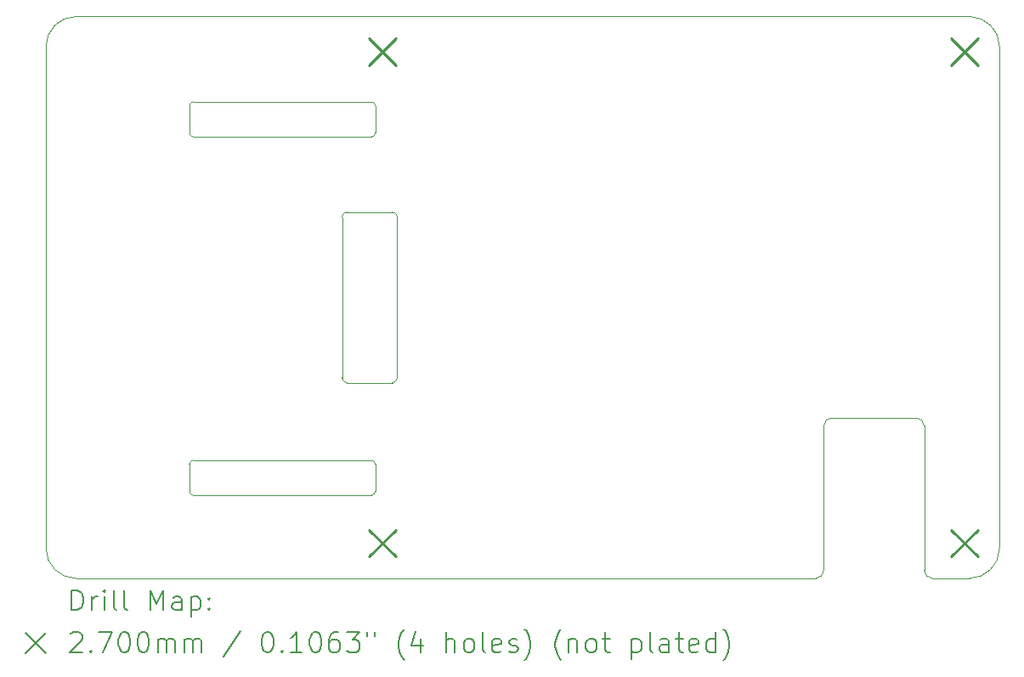
<source format=gbr>
%TF.GenerationSoftware,KiCad,Pcbnew,9.0.2-1.fc42*%
%TF.CreationDate,2025-05-23T23:54:00-05:00*%
%TF.ProjectId,cerebellum,63657265-6265-46c6-9c75-6d2e6b696361,rev?*%
%TF.SameCoordinates,Original*%
%TF.FileFunction,Drillmap*%
%TF.FilePolarity,Positive*%
%FSLAX45Y45*%
G04 Gerber Fmt 4.5, Leading zero omitted, Abs format (unit mm)*
G04 Created by KiCad (PCBNEW 9.0.2-1.fc42) date 2025-05-23 23:54:00*
%MOMM*%
%LPD*%
G01*
G04 APERTURE LIST*
%ADD10C,0.100000*%
%ADD11C,0.050000*%
%ADD12C,0.200000*%
%ADD13C,0.270000*%
G04 APERTURE END LIST*
D10*
X15830000Y-10000000D02*
G75*
G02*
X15750000Y-9920000I0J80000D01*
G01*
D11*
X8430000Y-8862500D02*
G75*
G02*
X8470000Y-8822500I40000J0D01*
G01*
X10240000Y-9172500D02*
X8470000Y-9172500D01*
X8470000Y-8822500D02*
X10240000Y-8822500D01*
D10*
X16200000Y-4400000D02*
G75*
G02*
X16500000Y-4700000I0J-300000D01*
G01*
X16500000Y-9700000D02*
X16500000Y-4700000D01*
X14670000Y-10000000D02*
X7300000Y-10000000D01*
X15670000Y-8400000D02*
G75*
G02*
X15750000Y-8480000I0J-80000D01*
G01*
X14750000Y-9920000D02*
G75*
G02*
X14670000Y-10000000I-80000J0D01*
G01*
X7000000Y-4700000D02*
X7000000Y-9700000D01*
D11*
X10280000Y-9132500D02*
G75*
G02*
X10240000Y-9172500I-40000J0D01*
G01*
X10280000Y-5290000D02*
X10280000Y-5560000D01*
D10*
X10000000Y-8050000D02*
G75*
G02*
X9950000Y-8000000I0J50000D01*
G01*
X14750000Y-8480000D02*
X14750000Y-9920000D01*
X9950000Y-6400000D02*
X9950000Y-8000000D01*
D11*
X8430000Y-5560000D02*
X8430000Y-5290000D01*
X10240000Y-8822500D02*
G75*
G02*
X10280000Y-8862500I0J-40000D01*
G01*
D10*
X16200000Y-10000000D02*
X15830000Y-10000000D01*
X15750000Y-9920000D02*
X15750000Y-8480000D01*
X10450000Y-8050000D02*
X10000000Y-8050000D01*
D11*
X8470000Y-5600000D02*
G75*
G02*
X8430000Y-5560000I0J40000D01*
G01*
X10280000Y-8862500D02*
X10280000Y-9132500D01*
D10*
X7000000Y-4700000D02*
G75*
G02*
X7300000Y-4400000I300000J0D01*
G01*
D11*
X8470000Y-9172500D02*
G75*
G02*
X8430000Y-9132500I0J40000D01*
G01*
D10*
X16500000Y-9700000D02*
G75*
G02*
X16200000Y-10000000I-300000J0D01*
G01*
X10500000Y-6400000D02*
X10500000Y-8000000D01*
X9950000Y-6400000D02*
G75*
G02*
X10000000Y-6350000I50000J0D01*
G01*
X14750000Y-8480000D02*
G75*
G02*
X14830000Y-8400000I80000J0D01*
G01*
X7300000Y-10000000D02*
G75*
G02*
X7000000Y-9700000I0J300000D01*
G01*
D11*
X10240000Y-5250000D02*
G75*
G02*
X10280000Y-5290000I0J-40000D01*
G01*
X8430000Y-5290000D02*
G75*
G02*
X8470000Y-5250000I40000J0D01*
G01*
D10*
X10000000Y-6350000D02*
X10450000Y-6350000D01*
D11*
X8430000Y-9132500D02*
X8430000Y-8862500D01*
D10*
X15670000Y-8400000D02*
X14830000Y-8400000D01*
X10500000Y-8000000D02*
G75*
G02*
X10450000Y-8050000I-50000J0D01*
G01*
D11*
X10240000Y-5600000D02*
X8470000Y-5600000D01*
X8470000Y-5250000D02*
X10240000Y-5250000D01*
D10*
X10450000Y-6350000D02*
G75*
G02*
X10500000Y-6400000I0J-50000D01*
G01*
D11*
X10280000Y-5560000D02*
G75*
G02*
X10240000Y-5600000I-40000J0D01*
G01*
D10*
X16200000Y-4400000D02*
X7300000Y-4400000D01*
D12*
D13*
X10215000Y-4615000D02*
X10485000Y-4885000D01*
X10485000Y-4615000D02*
X10215000Y-4885000D01*
X10215000Y-9515000D02*
X10485000Y-9785000D01*
X10485000Y-9515000D02*
X10215000Y-9785000D01*
X16015000Y-4615000D02*
X16285000Y-4885000D01*
X16285000Y-4615000D02*
X16015000Y-4885000D01*
X16015000Y-9515000D02*
X16285000Y-9785000D01*
X16285000Y-9515000D02*
X16015000Y-9785000D01*
D12*
X7255777Y-10316484D02*
X7255777Y-10116484D01*
X7255777Y-10116484D02*
X7303396Y-10116484D01*
X7303396Y-10116484D02*
X7331967Y-10126008D01*
X7331967Y-10126008D02*
X7351015Y-10145055D01*
X7351015Y-10145055D02*
X7360539Y-10164103D01*
X7360539Y-10164103D02*
X7370062Y-10202198D01*
X7370062Y-10202198D02*
X7370062Y-10230770D01*
X7370062Y-10230770D02*
X7360539Y-10268865D01*
X7360539Y-10268865D02*
X7351015Y-10287912D01*
X7351015Y-10287912D02*
X7331967Y-10306960D01*
X7331967Y-10306960D02*
X7303396Y-10316484D01*
X7303396Y-10316484D02*
X7255777Y-10316484D01*
X7455777Y-10316484D02*
X7455777Y-10183150D01*
X7455777Y-10221246D02*
X7465301Y-10202198D01*
X7465301Y-10202198D02*
X7474824Y-10192674D01*
X7474824Y-10192674D02*
X7493872Y-10183150D01*
X7493872Y-10183150D02*
X7512920Y-10183150D01*
X7579586Y-10316484D02*
X7579586Y-10183150D01*
X7579586Y-10116484D02*
X7570062Y-10126008D01*
X7570062Y-10126008D02*
X7579586Y-10135531D01*
X7579586Y-10135531D02*
X7589110Y-10126008D01*
X7589110Y-10126008D02*
X7579586Y-10116484D01*
X7579586Y-10116484D02*
X7579586Y-10135531D01*
X7703396Y-10316484D02*
X7684348Y-10306960D01*
X7684348Y-10306960D02*
X7674824Y-10287912D01*
X7674824Y-10287912D02*
X7674824Y-10116484D01*
X7808158Y-10316484D02*
X7789110Y-10306960D01*
X7789110Y-10306960D02*
X7779586Y-10287912D01*
X7779586Y-10287912D02*
X7779586Y-10116484D01*
X8036729Y-10316484D02*
X8036729Y-10116484D01*
X8036729Y-10116484D02*
X8103396Y-10259341D01*
X8103396Y-10259341D02*
X8170062Y-10116484D01*
X8170062Y-10116484D02*
X8170062Y-10316484D01*
X8351015Y-10316484D02*
X8351015Y-10211722D01*
X8351015Y-10211722D02*
X8341491Y-10192674D01*
X8341491Y-10192674D02*
X8322443Y-10183150D01*
X8322443Y-10183150D02*
X8284348Y-10183150D01*
X8284348Y-10183150D02*
X8265301Y-10192674D01*
X8351015Y-10306960D02*
X8331967Y-10316484D01*
X8331967Y-10316484D02*
X8284348Y-10316484D01*
X8284348Y-10316484D02*
X8265301Y-10306960D01*
X8265301Y-10306960D02*
X8255777Y-10287912D01*
X8255777Y-10287912D02*
X8255777Y-10268865D01*
X8255777Y-10268865D02*
X8265301Y-10249817D01*
X8265301Y-10249817D02*
X8284348Y-10240293D01*
X8284348Y-10240293D02*
X8331967Y-10240293D01*
X8331967Y-10240293D02*
X8351015Y-10230770D01*
X8446253Y-10183150D02*
X8446253Y-10383150D01*
X8446253Y-10192674D02*
X8465301Y-10183150D01*
X8465301Y-10183150D02*
X8503396Y-10183150D01*
X8503396Y-10183150D02*
X8522444Y-10192674D01*
X8522444Y-10192674D02*
X8531967Y-10202198D01*
X8531967Y-10202198D02*
X8541491Y-10221246D01*
X8541491Y-10221246D02*
X8541491Y-10278389D01*
X8541491Y-10278389D02*
X8531967Y-10297436D01*
X8531967Y-10297436D02*
X8522444Y-10306960D01*
X8522444Y-10306960D02*
X8503396Y-10316484D01*
X8503396Y-10316484D02*
X8465301Y-10316484D01*
X8465301Y-10316484D02*
X8446253Y-10306960D01*
X8627205Y-10297436D02*
X8636729Y-10306960D01*
X8636729Y-10306960D02*
X8627205Y-10316484D01*
X8627205Y-10316484D02*
X8617682Y-10306960D01*
X8617682Y-10306960D02*
X8627205Y-10297436D01*
X8627205Y-10297436D02*
X8627205Y-10316484D01*
X8627205Y-10192674D02*
X8636729Y-10202198D01*
X8636729Y-10202198D02*
X8627205Y-10211722D01*
X8627205Y-10211722D02*
X8617682Y-10202198D01*
X8617682Y-10202198D02*
X8627205Y-10192674D01*
X8627205Y-10192674D02*
X8627205Y-10211722D01*
X6795000Y-10545000D02*
X6995000Y-10745000D01*
X6995000Y-10545000D02*
X6795000Y-10745000D01*
X7246253Y-10555531D02*
X7255777Y-10546008D01*
X7255777Y-10546008D02*
X7274824Y-10536484D01*
X7274824Y-10536484D02*
X7322443Y-10536484D01*
X7322443Y-10536484D02*
X7341491Y-10546008D01*
X7341491Y-10546008D02*
X7351015Y-10555531D01*
X7351015Y-10555531D02*
X7360539Y-10574579D01*
X7360539Y-10574579D02*
X7360539Y-10593627D01*
X7360539Y-10593627D02*
X7351015Y-10622198D01*
X7351015Y-10622198D02*
X7236729Y-10736484D01*
X7236729Y-10736484D02*
X7360539Y-10736484D01*
X7446253Y-10717436D02*
X7455777Y-10726960D01*
X7455777Y-10726960D02*
X7446253Y-10736484D01*
X7446253Y-10736484D02*
X7436729Y-10726960D01*
X7436729Y-10726960D02*
X7446253Y-10717436D01*
X7446253Y-10717436D02*
X7446253Y-10736484D01*
X7522443Y-10536484D02*
X7655777Y-10536484D01*
X7655777Y-10536484D02*
X7570062Y-10736484D01*
X7770062Y-10536484D02*
X7789110Y-10536484D01*
X7789110Y-10536484D02*
X7808158Y-10546008D01*
X7808158Y-10546008D02*
X7817682Y-10555531D01*
X7817682Y-10555531D02*
X7827205Y-10574579D01*
X7827205Y-10574579D02*
X7836729Y-10612674D01*
X7836729Y-10612674D02*
X7836729Y-10660293D01*
X7836729Y-10660293D02*
X7827205Y-10698389D01*
X7827205Y-10698389D02*
X7817682Y-10717436D01*
X7817682Y-10717436D02*
X7808158Y-10726960D01*
X7808158Y-10726960D02*
X7789110Y-10736484D01*
X7789110Y-10736484D02*
X7770062Y-10736484D01*
X7770062Y-10736484D02*
X7751015Y-10726960D01*
X7751015Y-10726960D02*
X7741491Y-10717436D01*
X7741491Y-10717436D02*
X7731967Y-10698389D01*
X7731967Y-10698389D02*
X7722443Y-10660293D01*
X7722443Y-10660293D02*
X7722443Y-10612674D01*
X7722443Y-10612674D02*
X7731967Y-10574579D01*
X7731967Y-10574579D02*
X7741491Y-10555531D01*
X7741491Y-10555531D02*
X7751015Y-10546008D01*
X7751015Y-10546008D02*
X7770062Y-10536484D01*
X7960539Y-10536484D02*
X7979586Y-10536484D01*
X7979586Y-10536484D02*
X7998634Y-10546008D01*
X7998634Y-10546008D02*
X8008158Y-10555531D01*
X8008158Y-10555531D02*
X8017682Y-10574579D01*
X8017682Y-10574579D02*
X8027205Y-10612674D01*
X8027205Y-10612674D02*
X8027205Y-10660293D01*
X8027205Y-10660293D02*
X8017682Y-10698389D01*
X8017682Y-10698389D02*
X8008158Y-10717436D01*
X8008158Y-10717436D02*
X7998634Y-10726960D01*
X7998634Y-10726960D02*
X7979586Y-10736484D01*
X7979586Y-10736484D02*
X7960539Y-10736484D01*
X7960539Y-10736484D02*
X7941491Y-10726960D01*
X7941491Y-10726960D02*
X7931967Y-10717436D01*
X7931967Y-10717436D02*
X7922443Y-10698389D01*
X7922443Y-10698389D02*
X7912920Y-10660293D01*
X7912920Y-10660293D02*
X7912920Y-10612674D01*
X7912920Y-10612674D02*
X7922443Y-10574579D01*
X7922443Y-10574579D02*
X7931967Y-10555531D01*
X7931967Y-10555531D02*
X7941491Y-10546008D01*
X7941491Y-10546008D02*
X7960539Y-10536484D01*
X8112920Y-10736484D02*
X8112920Y-10603150D01*
X8112920Y-10622198D02*
X8122443Y-10612674D01*
X8122443Y-10612674D02*
X8141491Y-10603150D01*
X8141491Y-10603150D02*
X8170063Y-10603150D01*
X8170063Y-10603150D02*
X8189110Y-10612674D01*
X8189110Y-10612674D02*
X8198634Y-10631722D01*
X8198634Y-10631722D02*
X8198634Y-10736484D01*
X8198634Y-10631722D02*
X8208158Y-10612674D01*
X8208158Y-10612674D02*
X8227205Y-10603150D01*
X8227205Y-10603150D02*
X8255777Y-10603150D01*
X8255777Y-10603150D02*
X8274824Y-10612674D01*
X8274824Y-10612674D02*
X8284348Y-10631722D01*
X8284348Y-10631722D02*
X8284348Y-10736484D01*
X8379586Y-10736484D02*
X8379586Y-10603150D01*
X8379586Y-10622198D02*
X8389110Y-10612674D01*
X8389110Y-10612674D02*
X8408158Y-10603150D01*
X8408158Y-10603150D02*
X8436729Y-10603150D01*
X8436729Y-10603150D02*
X8455777Y-10612674D01*
X8455777Y-10612674D02*
X8465301Y-10631722D01*
X8465301Y-10631722D02*
X8465301Y-10736484D01*
X8465301Y-10631722D02*
X8474825Y-10612674D01*
X8474825Y-10612674D02*
X8493872Y-10603150D01*
X8493872Y-10603150D02*
X8522444Y-10603150D01*
X8522444Y-10603150D02*
X8541491Y-10612674D01*
X8541491Y-10612674D02*
X8551015Y-10631722D01*
X8551015Y-10631722D02*
X8551015Y-10736484D01*
X8941491Y-10526960D02*
X8770063Y-10784103D01*
X9198634Y-10536484D02*
X9217682Y-10536484D01*
X9217682Y-10536484D02*
X9236729Y-10546008D01*
X9236729Y-10546008D02*
X9246253Y-10555531D01*
X9246253Y-10555531D02*
X9255777Y-10574579D01*
X9255777Y-10574579D02*
X9265301Y-10612674D01*
X9265301Y-10612674D02*
X9265301Y-10660293D01*
X9265301Y-10660293D02*
X9255777Y-10698389D01*
X9255777Y-10698389D02*
X9246253Y-10717436D01*
X9246253Y-10717436D02*
X9236729Y-10726960D01*
X9236729Y-10726960D02*
X9217682Y-10736484D01*
X9217682Y-10736484D02*
X9198634Y-10736484D01*
X9198634Y-10736484D02*
X9179587Y-10726960D01*
X9179587Y-10726960D02*
X9170063Y-10717436D01*
X9170063Y-10717436D02*
X9160539Y-10698389D01*
X9160539Y-10698389D02*
X9151015Y-10660293D01*
X9151015Y-10660293D02*
X9151015Y-10612674D01*
X9151015Y-10612674D02*
X9160539Y-10574579D01*
X9160539Y-10574579D02*
X9170063Y-10555531D01*
X9170063Y-10555531D02*
X9179587Y-10546008D01*
X9179587Y-10546008D02*
X9198634Y-10536484D01*
X9351015Y-10717436D02*
X9360539Y-10726960D01*
X9360539Y-10726960D02*
X9351015Y-10736484D01*
X9351015Y-10736484D02*
X9341491Y-10726960D01*
X9341491Y-10726960D02*
X9351015Y-10717436D01*
X9351015Y-10717436D02*
X9351015Y-10736484D01*
X9551015Y-10736484D02*
X9436729Y-10736484D01*
X9493872Y-10736484D02*
X9493872Y-10536484D01*
X9493872Y-10536484D02*
X9474825Y-10565055D01*
X9474825Y-10565055D02*
X9455777Y-10584103D01*
X9455777Y-10584103D02*
X9436729Y-10593627D01*
X9674825Y-10536484D02*
X9693872Y-10536484D01*
X9693872Y-10536484D02*
X9712920Y-10546008D01*
X9712920Y-10546008D02*
X9722444Y-10555531D01*
X9722444Y-10555531D02*
X9731968Y-10574579D01*
X9731968Y-10574579D02*
X9741491Y-10612674D01*
X9741491Y-10612674D02*
X9741491Y-10660293D01*
X9741491Y-10660293D02*
X9731968Y-10698389D01*
X9731968Y-10698389D02*
X9722444Y-10717436D01*
X9722444Y-10717436D02*
X9712920Y-10726960D01*
X9712920Y-10726960D02*
X9693872Y-10736484D01*
X9693872Y-10736484D02*
X9674825Y-10736484D01*
X9674825Y-10736484D02*
X9655777Y-10726960D01*
X9655777Y-10726960D02*
X9646253Y-10717436D01*
X9646253Y-10717436D02*
X9636729Y-10698389D01*
X9636729Y-10698389D02*
X9627206Y-10660293D01*
X9627206Y-10660293D02*
X9627206Y-10612674D01*
X9627206Y-10612674D02*
X9636729Y-10574579D01*
X9636729Y-10574579D02*
X9646253Y-10555531D01*
X9646253Y-10555531D02*
X9655777Y-10546008D01*
X9655777Y-10546008D02*
X9674825Y-10536484D01*
X9912920Y-10536484D02*
X9874825Y-10536484D01*
X9874825Y-10536484D02*
X9855777Y-10546008D01*
X9855777Y-10546008D02*
X9846253Y-10555531D01*
X9846253Y-10555531D02*
X9827206Y-10584103D01*
X9827206Y-10584103D02*
X9817682Y-10622198D01*
X9817682Y-10622198D02*
X9817682Y-10698389D01*
X9817682Y-10698389D02*
X9827206Y-10717436D01*
X9827206Y-10717436D02*
X9836729Y-10726960D01*
X9836729Y-10726960D02*
X9855777Y-10736484D01*
X9855777Y-10736484D02*
X9893872Y-10736484D01*
X9893872Y-10736484D02*
X9912920Y-10726960D01*
X9912920Y-10726960D02*
X9922444Y-10717436D01*
X9922444Y-10717436D02*
X9931968Y-10698389D01*
X9931968Y-10698389D02*
X9931968Y-10650770D01*
X9931968Y-10650770D02*
X9922444Y-10631722D01*
X9922444Y-10631722D02*
X9912920Y-10622198D01*
X9912920Y-10622198D02*
X9893872Y-10612674D01*
X9893872Y-10612674D02*
X9855777Y-10612674D01*
X9855777Y-10612674D02*
X9836729Y-10622198D01*
X9836729Y-10622198D02*
X9827206Y-10631722D01*
X9827206Y-10631722D02*
X9817682Y-10650770D01*
X9998634Y-10536484D02*
X10122444Y-10536484D01*
X10122444Y-10536484D02*
X10055777Y-10612674D01*
X10055777Y-10612674D02*
X10084349Y-10612674D01*
X10084349Y-10612674D02*
X10103396Y-10622198D01*
X10103396Y-10622198D02*
X10112920Y-10631722D01*
X10112920Y-10631722D02*
X10122444Y-10650770D01*
X10122444Y-10650770D02*
X10122444Y-10698389D01*
X10122444Y-10698389D02*
X10112920Y-10717436D01*
X10112920Y-10717436D02*
X10103396Y-10726960D01*
X10103396Y-10726960D02*
X10084349Y-10736484D01*
X10084349Y-10736484D02*
X10027206Y-10736484D01*
X10027206Y-10736484D02*
X10008158Y-10726960D01*
X10008158Y-10726960D02*
X9998634Y-10717436D01*
X10198634Y-10536484D02*
X10198634Y-10574579D01*
X10274825Y-10536484D02*
X10274825Y-10574579D01*
X10570063Y-10812674D02*
X10560539Y-10803150D01*
X10560539Y-10803150D02*
X10541491Y-10774579D01*
X10541491Y-10774579D02*
X10531968Y-10755531D01*
X10531968Y-10755531D02*
X10522444Y-10726960D01*
X10522444Y-10726960D02*
X10512920Y-10679341D01*
X10512920Y-10679341D02*
X10512920Y-10641246D01*
X10512920Y-10641246D02*
X10522444Y-10593627D01*
X10522444Y-10593627D02*
X10531968Y-10565055D01*
X10531968Y-10565055D02*
X10541491Y-10546008D01*
X10541491Y-10546008D02*
X10560539Y-10517436D01*
X10560539Y-10517436D02*
X10570063Y-10507912D01*
X10731968Y-10603150D02*
X10731968Y-10736484D01*
X10684349Y-10526960D02*
X10636730Y-10669817D01*
X10636730Y-10669817D02*
X10760539Y-10669817D01*
X10989111Y-10736484D02*
X10989111Y-10536484D01*
X11074825Y-10736484D02*
X11074825Y-10631722D01*
X11074825Y-10631722D02*
X11065301Y-10612674D01*
X11065301Y-10612674D02*
X11046253Y-10603150D01*
X11046253Y-10603150D02*
X11017682Y-10603150D01*
X11017682Y-10603150D02*
X10998634Y-10612674D01*
X10998634Y-10612674D02*
X10989111Y-10622198D01*
X11198634Y-10736484D02*
X11179587Y-10726960D01*
X11179587Y-10726960D02*
X11170063Y-10717436D01*
X11170063Y-10717436D02*
X11160539Y-10698389D01*
X11160539Y-10698389D02*
X11160539Y-10641246D01*
X11160539Y-10641246D02*
X11170063Y-10622198D01*
X11170063Y-10622198D02*
X11179587Y-10612674D01*
X11179587Y-10612674D02*
X11198634Y-10603150D01*
X11198634Y-10603150D02*
X11227206Y-10603150D01*
X11227206Y-10603150D02*
X11246253Y-10612674D01*
X11246253Y-10612674D02*
X11255777Y-10622198D01*
X11255777Y-10622198D02*
X11265301Y-10641246D01*
X11265301Y-10641246D02*
X11265301Y-10698389D01*
X11265301Y-10698389D02*
X11255777Y-10717436D01*
X11255777Y-10717436D02*
X11246253Y-10726960D01*
X11246253Y-10726960D02*
X11227206Y-10736484D01*
X11227206Y-10736484D02*
X11198634Y-10736484D01*
X11379587Y-10736484D02*
X11360539Y-10726960D01*
X11360539Y-10726960D02*
X11351015Y-10707912D01*
X11351015Y-10707912D02*
X11351015Y-10536484D01*
X11531968Y-10726960D02*
X11512920Y-10736484D01*
X11512920Y-10736484D02*
X11474825Y-10736484D01*
X11474825Y-10736484D02*
X11455777Y-10726960D01*
X11455777Y-10726960D02*
X11446253Y-10707912D01*
X11446253Y-10707912D02*
X11446253Y-10631722D01*
X11446253Y-10631722D02*
X11455777Y-10612674D01*
X11455777Y-10612674D02*
X11474825Y-10603150D01*
X11474825Y-10603150D02*
X11512920Y-10603150D01*
X11512920Y-10603150D02*
X11531968Y-10612674D01*
X11531968Y-10612674D02*
X11541491Y-10631722D01*
X11541491Y-10631722D02*
X11541491Y-10650770D01*
X11541491Y-10650770D02*
X11446253Y-10669817D01*
X11617682Y-10726960D02*
X11636730Y-10736484D01*
X11636730Y-10736484D02*
X11674825Y-10736484D01*
X11674825Y-10736484D02*
X11693872Y-10726960D01*
X11693872Y-10726960D02*
X11703396Y-10707912D01*
X11703396Y-10707912D02*
X11703396Y-10698389D01*
X11703396Y-10698389D02*
X11693872Y-10679341D01*
X11693872Y-10679341D02*
X11674825Y-10669817D01*
X11674825Y-10669817D02*
X11646253Y-10669817D01*
X11646253Y-10669817D02*
X11627206Y-10660293D01*
X11627206Y-10660293D02*
X11617682Y-10641246D01*
X11617682Y-10641246D02*
X11617682Y-10631722D01*
X11617682Y-10631722D02*
X11627206Y-10612674D01*
X11627206Y-10612674D02*
X11646253Y-10603150D01*
X11646253Y-10603150D02*
X11674825Y-10603150D01*
X11674825Y-10603150D02*
X11693872Y-10612674D01*
X11770063Y-10812674D02*
X11779587Y-10803150D01*
X11779587Y-10803150D02*
X11798634Y-10774579D01*
X11798634Y-10774579D02*
X11808158Y-10755531D01*
X11808158Y-10755531D02*
X11817682Y-10726960D01*
X11817682Y-10726960D02*
X11827206Y-10679341D01*
X11827206Y-10679341D02*
X11827206Y-10641246D01*
X11827206Y-10641246D02*
X11817682Y-10593627D01*
X11817682Y-10593627D02*
X11808158Y-10565055D01*
X11808158Y-10565055D02*
X11798634Y-10546008D01*
X11798634Y-10546008D02*
X11779587Y-10517436D01*
X11779587Y-10517436D02*
X11770063Y-10507912D01*
X12131968Y-10812674D02*
X12122444Y-10803150D01*
X12122444Y-10803150D02*
X12103396Y-10774579D01*
X12103396Y-10774579D02*
X12093872Y-10755531D01*
X12093872Y-10755531D02*
X12084349Y-10726960D01*
X12084349Y-10726960D02*
X12074825Y-10679341D01*
X12074825Y-10679341D02*
X12074825Y-10641246D01*
X12074825Y-10641246D02*
X12084349Y-10593627D01*
X12084349Y-10593627D02*
X12093872Y-10565055D01*
X12093872Y-10565055D02*
X12103396Y-10546008D01*
X12103396Y-10546008D02*
X12122444Y-10517436D01*
X12122444Y-10517436D02*
X12131968Y-10507912D01*
X12208158Y-10603150D02*
X12208158Y-10736484D01*
X12208158Y-10622198D02*
X12217682Y-10612674D01*
X12217682Y-10612674D02*
X12236730Y-10603150D01*
X12236730Y-10603150D02*
X12265301Y-10603150D01*
X12265301Y-10603150D02*
X12284349Y-10612674D01*
X12284349Y-10612674D02*
X12293872Y-10631722D01*
X12293872Y-10631722D02*
X12293872Y-10736484D01*
X12417682Y-10736484D02*
X12398634Y-10726960D01*
X12398634Y-10726960D02*
X12389111Y-10717436D01*
X12389111Y-10717436D02*
X12379587Y-10698389D01*
X12379587Y-10698389D02*
X12379587Y-10641246D01*
X12379587Y-10641246D02*
X12389111Y-10622198D01*
X12389111Y-10622198D02*
X12398634Y-10612674D01*
X12398634Y-10612674D02*
X12417682Y-10603150D01*
X12417682Y-10603150D02*
X12446253Y-10603150D01*
X12446253Y-10603150D02*
X12465301Y-10612674D01*
X12465301Y-10612674D02*
X12474825Y-10622198D01*
X12474825Y-10622198D02*
X12484349Y-10641246D01*
X12484349Y-10641246D02*
X12484349Y-10698389D01*
X12484349Y-10698389D02*
X12474825Y-10717436D01*
X12474825Y-10717436D02*
X12465301Y-10726960D01*
X12465301Y-10726960D02*
X12446253Y-10736484D01*
X12446253Y-10736484D02*
X12417682Y-10736484D01*
X12541492Y-10603150D02*
X12617682Y-10603150D01*
X12570063Y-10536484D02*
X12570063Y-10707912D01*
X12570063Y-10707912D02*
X12579587Y-10726960D01*
X12579587Y-10726960D02*
X12598634Y-10736484D01*
X12598634Y-10736484D02*
X12617682Y-10736484D01*
X12836730Y-10603150D02*
X12836730Y-10803150D01*
X12836730Y-10612674D02*
X12855777Y-10603150D01*
X12855777Y-10603150D02*
X12893873Y-10603150D01*
X12893873Y-10603150D02*
X12912920Y-10612674D01*
X12912920Y-10612674D02*
X12922444Y-10622198D01*
X12922444Y-10622198D02*
X12931968Y-10641246D01*
X12931968Y-10641246D02*
X12931968Y-10698389D01*
X12931968Y-10698389D02*
X12922444Y-10717436D01*
X12922444Y-10717436D02*
X12912920Y-10726960D01*
X12912920Y-10726960D02*
X12893873Y-10736484D01*
X12893873Y-10736484D02*
X12855777Y-10736484D01*
X12855777Y-10736484D02*
X12836730Y-10726960D01*
X13046253Y-10736484D02*
X13027206Y-10726960D01*
X13027206Y-10726960D02*
X13017682Y-10707912D01*
X13017682Y-10707912D02*
X13017682Y-10536484D01*
X13208158Y-10736484D02*
X13208158Y-10631722D01*
X13208158Y-10631722D02*
X13198634Y-10612674D01*
X13198634Y-10612674D02*
X13179587Y-10603150D01*
X13179587Y-10603150D02*
X13141492Y-10603150D01*
X13141492Y-10603150D02*
X13122444Y-10612674D01*
X13208158Y-10726960D02*
X13189111Y-10736484D01*
X13189111Y-10736484D02*
X13141492Y-10736484D01*
X13141492Y-10736484D02*
X13122444Y-10726960D01*
X13122444Y-10726960D02*
X13112920Y-10707912D01*
X13112920Y-10707912D02*
X13112920Y-10688865D01*
X13112920Y-10688865D02*
X13122444Y-10669817D01*
X13122444Y-10669817D02*
X13141492Y-10660293D01*
X13141492Y-10660293D02*
X13189111Y-10660293D01*
X13189111Y-10660293D02*
X13208158Y-10650770D01*
X13274825Y-10603150D02*
X13351015Y-10603150D01*
X13303396Y-10536484D02*
X13303396Y-10707912D01*
X13303396Y-10707912D02*
X13312920Y-10726960D01*
X13312920Y-10726960D02*
X13331968Y-10736484D01*
X13331968Y-10736484D02*
X13351015Y-10736484D01*
X13493873Y-10726960D02*
X13474825Y-10736484D01*
X13474825Y-10736484D02*
X13436730Y-10736484D01*
X13436730Y-10736484D02*
X13417682Y-10726960D01*
X13417682Y-10726960D02*
X13408158Y-10707912D01*
X13408158Y-10707912D02*
X13408158Y-10631722D01*
X13408158Y-10631722D02*
X13417682Y-10612674D01*
X13417682Y-10612674D02*
X13436730Y-10603150D01*
X13436730Y-10603150D02*
X13474825Y-10603150D01*
X13474825Y-10603150D02*
X13493873Y-10612674D01*
X13493873Y-10612674D02*
X13503396Y-10631722D01*
X13503396Y-10631722D02*
X13503396Y-10650770D01*
X13503396Y-10650770D02*
X13408158Y-10669817D01*
X13674825Y-10736484D02*
X13674825Y-10536484D01*
X13674825Y-10726960D02*
X13655777Y-10736484D01*
X13655777Y-10736484D02*
X13617682Y-10736484D01*
X13617682Y-10736484D02*
X13598634Y-10726960D01*
X13598634Y-10726960D02*
X13589111Y-10717436D01*
X13589111Y-10717436D02*
X13579587Y-10698389D01*
X13579587Y-10698389D02*
X13579587Y-10641246D01*
X13579587Y-10641246D02*
X13589111Y-10622198D01*
X13589111Y-10622198D02*
X13598634Y-10612674D01*
X13598634Y-10612674D02*
X13617682Y-10603150D01*
X13617682Y-10603150D02*
X13655777Y-10603150D01*
X13655777Y-10603150D02*
X13674825Y-10612674D01*
X13751015Y-10812674D02*
X13760539Y-10803150D01*
X13760539Y-10803150D02*
X13779587Y-10774579D01*
X13779587Y-10774579D02*
X13789111Y-10755531D01*
X13789111Y-10755531D02*
X13798634Y-10726960D01*
X13798634Y-10726960D02*
X13808158Y-10679341D01*
X13808158Y-10679341D02*
X13808158Y-10641246D01*
X13808158Y-10641246D02*
X13798634Y-10593627D01*
X13798634Y-10593627D02*
X13789111Y-10565055D01*
X13789111Y-10565055D02*
X13779587Y-10546008D01*
X13779587Y-10546008D02*
X13760539Y-10517436D01*
X13760539Y-10517436D02*
X13751015Y-10507912D01*
M02*

</source>
